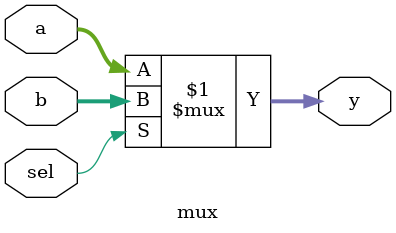
<source format=v>
module mux(a,b,sel,y);

input [15:0] a,b;
input sel;

output [15:0] y;

assign y=sel?b:a;

endmodule

</source>
